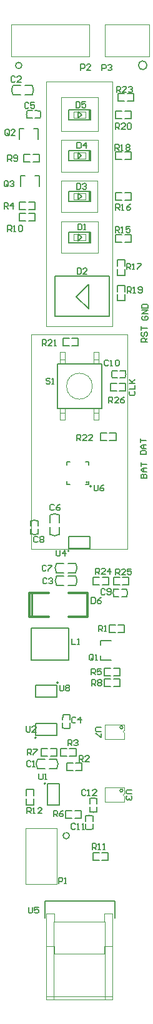
<source format=gto>
%FSLAX25Y25*%
%MOIN*%
G70*
G01*
G75*
%ADD10C,0.05906*%
%ADD11R,0.02362X0.02756*%
%ADD12R,0.02756X0.02362*%
%ADD13R,0.03150X0.03937*%
%ADD14R,0.03937X0.03150*%
%ADD15R,0.02559X0.02165*%
%ADD16R,0.02165X0.02559*%
%ADD17R,0.03543X0.03150*%
%ADD18R,0.03543X0.03150*%
%ADD19R,0.01575X0.03937*%
%ADD20O,0.01181X0.07874*%
%ADD21R,0.01181X0.07874*%
%ADD22R,0.03937X0.01575*%
%ADD23R,0.02362X0.07874*%
%ADD24R,0.01063X0.07874*%
%ADD25R,0.05118X0.05118*%
%ADD26R,0.00787X0.02362*%
%ADD27R,0.00787X0.03150*%
%ADD28R,0.02362X0.00787*%
%ADD29R,0.03150X0.00787*%
%ADD30R,0.05118X0.15748*%
%ADD31R,0.03150X0.03543*%
%ADD32R,0.03150X0.03543*%
%ADD33R,0.06299X0.07480*%
%ADD34R,0.02756X0.13386*%
%ADD35R,0.02756X0.06102*%
%ADD36R,0.07874X0.10000*%
%ADD37R,0.04724X0.03937*%
%ADD38R,0.07480X0.06299*%
%ADD39R,0.13386X0.02756*%
%ADD40C,0.00787*%
%ADD41C,0.02362*%
%ADD42C,0.01000*%
%ADD43C,0.01575*%
%ADD44C,0.01181*%
%ADD45C,0.01969*%
%ADD46C,0.03150*%
%ADD47C,0.00500*%
%ADD48C,0.00591*%
%ADD49C,0.00394*%
%ADD50C,0.00600*%
%ADD51C,0.00197*%
%ADD52C,0.00709*%
%ADD53C,0.01200*%
D40*
X39338Y-291961D02*
G03*
X39338Y-287019I-3706J2471D01*
G01*
X29102D02*
G03*
X29102Y-291961I3706J-2471D01*
G01*
X25679Y-271618D02*
G03*
X30621Y-271618I2471J3706D01*
G01*
Y-261382D02*
G03*
X25679Y-261382I-2471J-3706D01*
G01*
X18972Y-391160D02*
G03*
X18972Y-396101I3706J-2471D01*
G01*
X29208D02*
G03*
X29208Y-391160I-3706J2471D01*
G01*
X30028Y-350461D02*
G03*
X30028Y-350461I-394J0D01*
G01*
X23274Y-403966D02*
G03*
X23274Y-403966I-394J0D01*
G01*
X18240Y-379641D02*
G03*
X18240Y-379641I-394J0D01*
G01*
X47660Y-246061D02*
G03*
X47660Y-246061I-394J0D01*
G01*
X39378Y-298741D02*
G03*
X39378Y-293799I-3706J2471D01*
G01*
X29142D02*
G03*
X29142Y-298741I3706J-2471D01*
G01*
X16128Y-38101D02*
G03*
X16128Y-33159I-3706J2471D01*
G01*
X5892D02*
G03*
X5892Y-38101I3706J-2471D01*
G01*
X35810Y-280430D02*
G03*
X35810Y-280430I-394J0D01*
G01*
X35401Y-287019D02*
X39338D01*
X35401Y-291961D02*
X39338D01*
X29102Y-287019D02*
X33039D01*
X29102Y-291961D02*
X33039D01*
X30621Y-271618D02*
Y-267681D01*
X25679Y-271618D02*
Y-267681D01*
X30621Y-265319D02*
Y-261382D01*
X25679Y-265319D02*
Y-261382D01*
X18972Y-396101D02*
X22909D01*
X18972Y-391160D02*
X22909D01*
X25271Y-396101D02*
X29208D01*
X25271Y-391160D02*
X29208D01*
X17066Y-56150D02*
X19428D01*
X9192D02*
X11554D01*
X19428Y-61819D02*
Y-56150D01*
X9192Y-61780D02*
Y-56150D01*
X17666Y-81250D02*
X20028D01*
X9792D02*
X12154D01*
X20028Y-86919D02*
Y-81250D01*
X9792Y-86880D02*
Y-81250D01*
X45223Y-111147D02*
X47428D01*
X46759Y-116659D02*
X47389D01*
X47428Y-116619D01*
Y-116029D01*
X46759Y-116659D02*
Y-111147D01*
X47428Y-116029D02*
Y-111147D01*
X35774Y-116659D02*
X46759D01*
X35774D02*
Y-111147D01*
X46759D01*
X45223Y-89317D02*
X47428D01*
X46759Y-94829D02*
X47389D01*
X47428Y-94789D01*
Y-94199D01*
X46759Y-94829D02*
Y-89317D01*
X47428Y-94199D02*
Y-89317D01*
X35774Y-94829D02*
X46759D01*
X35774D02*
Y-89317D01*
X46759D01*
X45213Y-67667D02*
X47418D01*
X46749Y-73179D02*
X47379D01*
X47418Y-73139D01*
Y-72549D01*
X46749Y-73179D02*
Y-67667D01*
X47418Y-72549D02*
Y-67667D01*
X35765Y-73179D02*
X46749D01*
X35765D02*
Y-67667D01*
X46749D01*
X45223Y-46077D02*
X47428D01*
X46759Y-51589D02*
X47389D01*
X47428Y-51549D01*
Y-50959D01*
X46759Y-51589D02*
Y-46077D01*
X47428Y-50959D02*
Y-46077D01*
X35774Y-51589D02*
X46759D01*
X35774D02*
Y-46077D01*
X46759D01*
X35441Y-293799D02*
X39378D01*
X35441Y-298741D02*
X39378D01*
X29142Y-293799D02*
X33079D01*
X29142Y-298741D02*
X33079D01*
X52530Y-330440D02*
Y-328078D01*
Y-338314D02*
Y-335952D01*
Y-328078D02*
X58199D01*
X52530Y-338314D02*
X58160D01*
X12191Y-33159D02*
X16128D01*
X12191Y-38101D02*
X16128D01*
X5892Y-33159D02*
X9829D01*
X5892Y-38101D02*
X9829D01*
X29626Y-181004D02*
X53248D01*
X29626Y-204626D02*
Y-181004D01*
Y-204626D02*
X53248D01*
Y-181004D01*
X28374Y-134353D02*
X57374D01*
Y-155790D02*
Y-134353D01*
X28374Y-155790D02*
X57374D01*
X28374D02*
Y-134353D01*
X39693Y-145290D02*
X46228Y-151826D01*
X39693Y-145290D02*
X46339Y-138645D01*
Y-151826D02*
Y-138645D01*
D42*
X16040Y-315259D02*
Y-302661D01*
D47*
X36365Y-367625D02*
G03*
X32466Y-367629I-1945J-4864D01*
G01*
X32436Y-374482D02*
G03*
X36372Y-374557I2063J4907D01*
G01*
X58865Y-184615D02*
G03*
X58868Y-188514I4864J-1945D01*
G01*
X65721Y-188544D02*
G03*
X65796Y-184608I-4907J2063D01*
G01*
X66615Y-304645D02*
G03*
X66612Y-300746I-4864J1945D01*
G01*
X59759Y-300716D02*
G03*
X59684Y-304652I4907J-2063D01*
G01*
X19295Y-264485D02*
G03*
X15396Y-264488I-1945J-4864D01*
G01*
X15366Y-271341D02*
G03*
X19302Y-271416I2063J4907D01*
G01*
X44605Y-428175D02*
G03*
X48504Y-428172I1945J4864D01*
G01*
X48534Y-421319D02*
G03*
X44598Y-421244I-2063J-4907D01*
G01*
X46845Y-418935D02*
G03*
X50744Y-418932I1945J4864D01*
G01*
X50774Y-412079D02*
G03*
X46838Y-412004I-2063J-4907D01*
G01*
X20365Y-50525D02*
G03*
X20362Y-46626I-4864J1945D01*
G01*
X13509Y-46596D02*
G03*
X13434Y-50532I4907J-2063D01*
G01*
X36369Y-370225D02*
Y-367627D01*
X32432Y-370225D02*
X32471Y-367627D01*
X36369Y-374558D02*
Y-371800D01*
X32432Y-374479D02*
Y-371800D01*
X58866Y-184611D02*
X61464D01*
X58866Y-188509D02*
X61464Y-188549D01*
X63039Y-184611D02*
X65798D01*
X63039Y-188549D02*
X65719D01*
X64016Y-304648D02*
X66614D01*
X64016Y-300711D02*
X66614Y-300751D01*
X59682Y-304648D02*
X62441D01*
X59761Y-300711D02*
X62441D01*
X19298Y-267084D02*
Y-264486D01*
X15361Y-267084D02*
X15401Y-264486D01*
X19298Y-271417D02*
Y-268659D01*
X15361Y-271339D02*
Y-268659D01*
X44602Y-428174D02*
Y-425576D01*
X48499Y-428174D02*
X48539Y-425576D01*
X44602Y-424001D02*
Y-421243D01*
X48539Y-424001D02*
Y-421321D01*
X46841Y-418934D02*
Y-416336D01*
X50739Y-418934D02*
X50779Y-416336D01*
X46841Y-414761D02*
Y-412003D01*
X50779Y-414761D02*
Y-412081D01*
X17766Y-50529D02*
X20364D01*
X17766Y-46591D02*
X20364Y-46631D01*
X13432Y-50529D02*
X16191D01*
X13511Y-46591D02*
X16191D01*
D48*
X64520Y-374176D02*
G03*
X64520Y-374176I-781J0D01*
G01*
Y-407716D02*
G03*
X64520Y-407716I-781J0D01*
G01*
X72829Y-22626D02*
G03*
X72820Y-22420I2271J206D01*
G01*
X10572Y-22446D02*
G03*
X10575Y-22549I-1652J-103D01*
G01*
X34300Y-433345D02*
G03*
X34197Y-433342I0J1655D01*
G01*
X62745Y-195349D02*
X66091D01*
Y-191411D01*
X62745D02*
X66091D01*
X57824Y-195349D02*
X61170D01*
X57824D02*
Y-191411D01*
X61170D01*
X59496Y-294492D02*
X62843D01*
X59496Y-298429D02*
Y-294492D01*
Y-298429D02*
X62843D01*
X64417Y-294492D02*
X67764D01*
Y-298429D02*
Y-294492D01*
X64417Y-298429D02*
X67764D01*
X48586Y-294492D02*
X51933D01*
X48586Y-298429D02*
Y-294492D01*
Y-298429D02*
X51933D01*
X53507Y-294492D02*
X56854D01*
Y-298429D02*
Y-294492D01*
X53507Y-298429D02*
X56854D01*
X61996Y-37481D02*
X65343D01*
X61996Y-41418D02*
Y-37481D01*
Y-41418D02*
X65343D01*
X66917Y-37481D02*
X70264D01*
Y-41418D02*
Y-37481D01*
X66917Y-41418D02*
X70264D01*
X52526Y-217711D02*
X55873D01*
X52526Y-221649D02*
Y-217711D01*
Y-221649D02*
X55873D01*
X57447Y-217711D02*
X60794D01*
Y-221649D02*
Y-217711D01*
X57447Y-221649D02*
X60794D01*
X37407Y-171309D02*
X40754D01*
Y-167371D01*
X37407D02*
X40754D01*
X32486Y-171309D02*
X35833D01*
X32486D02*
Y-167371D01*
X35833D01*
X60576Y-46922D02*
X63923D01*
X60576Y-50858D02*
Y-46922D01*
Y-50858D02*
X63923D01*
X65497Y-46922D02*
X68844D01*
Y-50858D02*
Y-46922D01*
X65497Y-50858D02*
X68844D01*
X61581Y-147564D02*
Y-144217D01*
Y-147564D02*
X65518D01*
Y-144217D01*
X61581Y-142643D02*
Y-139296D01*
X65518D01*
Y-142643D02*
Y-139296D01*
X60576Y-68492D02*
X63923D01*
X60576Y-72429D02*
Y-68492D01*
Y-72429D02*
X63923D01*
X65497Y-68492D02*
X68844D01*
Y-72429D02*
Y-68492D01*
X65497Y-72429D02*
X68844D01*
X65518Y-129063D02*
Y-125716D01*
X61581D02*
X65518D01*
X61581Y-129063D02*
Y-125716D01*
X65518Y-133984D02*
Y-130637D01*
X61581Y-133984D02*
X65518D01*
X61581D02*
Y-130637D01*
X60576Y-90101D02*
X63923D01*
X60576Y-94038D02*
Y-90101D01*
Y-94038D02*
X63923D01*
X65497Y-90101D02*
X68844D01*
Y-94038D02*
Y-90101D01*
X65497Y-94038D02*
X68844D01*
X60576Y-112372D02*
X63923D01*
X60576Y-116308D02*
Y-112372D01*
Y-116308D02*
X63923D01*
X65497Y-112372D02*
X68844D01*
Y-116308D02*
Y-112372D01*
X65497Y-116308D02*
X68844D01*
X16869Y-410433D02*
Y-407086D01*
X12932D02*
X16869D01*
X12932Y-410433D02*
Y-407086D01*
X16869Y-415354D02*
Y-412007D01*
X12932Y-415354D02*
X16869D01*
X12932D02*
Y-412007D01*
X54696Y-348387D02*
X58043D01*
X54696Y-352324D02*
Y-348387D01*
Y-352324D02*
X58043D01*
X59617Y-348387D02*
X62964D01*
Y-352324D02*
Y-348387D01*
X59617Y-352324D02*
X62964D01*
X20956Y-385452D02*
X24303D01*
X20956Y-389389D02*
Y-385452D01*
Y-389389D02*
X24303D01*
X25878Y-385452D02*
X29224D01*
Y-389389D02*
Y-385452D01*
X25878Y-389389D02*
X29224D01*
X54606Y-342697D02*
X57953D01*
X54606Y-346634D02*
Y-342697D01*
Y-346634D02*
X57953D01*
X59527Y-342697D02*
X62874D01*
Y-346634D02*
Y-342697D01*
X59527Y-346634D02*
X62874D01*
X31196Y-385462D02*
X34543D01*
X31196Y-389399D02*
Y-385462D01*
Y-389399D02*
X34543D01*
X36118Y-385462D02*
X39464D01*
Y-389399D02*
Y-385462D01*
X36118Y-389399D02*
X39464D01*
X39438Y-397169D02*
X42784D01*
Y-393232D01*
X39438D02*
X42784D01*
X34516Y-397169D02*
X37863D01*
X34516D02*
Y-393232D01*
X37863D01*
X57186Y-319807D02*
X60533D01*
X57186Y-323744D02*
Y-319807D01*
Y-323744D02*
X60533D01*
X62107Y-319807D02*
X65454D01*
Y-323744D02*
Y-319807D01*
X62107Y-323744D02*
X65454D01*
X53437Y-444678D02*
X56784D01*
Y-440741D01*
X53437D02*
X56784D01*
X48516Y-444678D02*
X51863D01*
X48516D02*
Y-440741D01*
X51863D01*
X38977Y-422518D02*
X42324D01*
Y-418581D01*
X38977D02*
X42324D01*
X34056Y-422518D02*
X37403D01*
X34056D02*
Y-418581D01*
X37403D01*
X14319Y-104969D02*
X17666D01*
Y-101031D01*
X14319D02*
X17666D01*
X9398Y-104969D02*
X12745D01*
X9398D02*
Y-101031D01*
X12745D01*
X11546Y-69682D02*
X14893D01*
X11546Y-73619D02*
Y-69682D01*
Y-73619D02*
X14893D01*
X16467Y-69682D02*
X19814D01*
Y-73619D02*
Y-69682D01*
X16467Y-73619D02*
X19814D01*
X14319Y-99019D02*
X17666D01*
Y-95082D01*
X14319D02*
X17666D01*
X9398Y-99019D02*
X12745D01*
X9398D02*
Y-95082D01*
X12745D01*
X22808Y-475395D02*
Y-466537D01*
X60170Y-475356D02*
Y-466537D01*
X22808D02*
X60170D01*
X46400Y-234801D02*
Y-233148D01*
X44746D02*
X46400D01*
X34589Y-234801D02*
Y-233148D01*
X36242D01*
X34589Y-244959D02*
Y-243305D01*
Y-244959D02*
X36242D01*
X44746D02*
X46400D01*
Y-243266D01*
X40775Y-112171D02*
X42467Y-113864D01*
X40775Y-115596D02*
Y-112171D01*
Y-115596D02*
X42467Y-113903D01*
Y-113903D01*
X40775Y-90341D02*
X42467Y-92033D01*
X40775Y-93766D02*
Y-90341D01*
Y-93766D02*
X42467Y-92073D01*
Y-92073D01*
X40764Y-68691D02*
X42457Y-70384D01*
X40764Y-72116D02*
Y-68691D01*
Y-72116D02*
X42457Y-70423D01*
Y-70423D01*
X40775Y-47100D02*
X42467Y-48794D01*
X40775Y-50526D02*
Y-47100D01*
Y-50526D02*
X42467Y-48833D01*
Y-48833D01*
X30826Y-351670D02*
Y-354294D01*
X31351Y-354819D01*
X32401D01*
X32925Y-354294D01*
Y-351670D01*
X33975Y-352195D02*
X34500Y-351670D01*
X35549D01*
X36074Y-352195D01*
Y-352720D01*
X35549Y-353244D01*
X36074Y-353769D01*
Y-354294D01*
X35549Y-354819D01*
X34500D01*
X33975Y-354294D01*
Y-353769D01*
X34500Y-353244D01*
X33975Y-352720D01*
Y-352195D01*
X34500Y-353244D02*
X35549D01*
X53049Y-374200D02*
X50425D01*
X49900Y-374725D01*
Y-375774D01*
X50425Y-376299D01*
X53049D01*
Y-377349D02*
Y-379448D01*
X52524D01*
X50425Y-377349D01*
X49900D01*
X3299Y-86375D02*
Y-84276D01*
X2774Y-83751D01*
X1725D01*
X1200Y-84276D01*
Y-86375D01*
X1725Y-86900D01*
X2774D01*
X2249Y-85851D02*
X3299Y-86900D01*
X2774D02*
X3299Y-86375D01*
X4349Y-84276D02*
X4873Y-83751D01*
X5923D01*
X6448Y-84276D01*
Y-84801D01*
X5923Y-85326D01*
X5398D01*
X5923D01*
X6448Y-85851D01*
Y-86375D01*
X5923Y-86900D01*
X4873D01*
X4349Y-86375D01*
X3799Y-59075D02*
Y-56976D01*
X3274Y-56451D01*
X2225D01*
X1700Y-56976D01*
Y-59075D01*
X2225Y-59600D01*
X3274D01*
X2750Y-58551D02*
X3799Y-59600D01*
X3274D02*
X3799Y-59075D01*
X6948Y-59600D02*
X4849D01*
X6948Y-57501D01*
Y-56976D01*
X6423Y-56451D01*
X5373D01*
X4849Y-56976D01*
X47743Y-305161D02*
Y-308310D01*
X49317D01*
X49842Y-307785D01*
Y-305686D01*
X49317Y-305161D01*
X47743D01*
X52990D02*
X51941Y-305686D01*
X50891Y-306735D01*
Y-307785D01*
X51416Y-308310D01*
X52465D01*
X52990Y-307785D01*
Y-307260D01*
X52465Y-306735D01*
X50891D01*
X44699Y-407676D02*
X44174Y-407151D01*
X43125D01*
X42600Y-407676D01*
Y-409775D01*
X43125Y-410300D01*
X44174D01*
X44699Y-409775D01*
X45749Y-410300D02*
X46798D01*
X46273D01*
Y-407151D01*
X45749Y-407676D01*
X50472Y-410300D02*
X48372D01*
X50472Y-408201D01*
Y-407676D01*
X49947Y-407151D01*
X48897D01*
X48372Y-407676D01*
X39199Y-425776D02*
X38674Y-425251D01*
X37625D01*
X37100Y-425776D01*
Y-427875D01*
X37625Y-428400D01*
X38674D01*
X39199Y-427875D01*
X40249Y-428400D02*
X41298D01*
X40773D01*
Y-425251D01*
X40249Y-425776D01*
X42872Y-428400D02*
X43922D01*
X43397D01*
Y-425251D01*
X42872Y-425776D01*
X13600Y-388800D02*
Y-385651D01*
X15174D01*
X15699Y-386176D01*
Y-387226D01*
X15174Y-387751D01*
X13600D01*
X14649D02*
X15699Y-388800D01*
X16749Y-385651D02*
X18848D01*
Y-386176D01*
X16749Y-388275D01*
Y-388800D01*
X39500Y-41851D02*
Y-45000D01*
X41074D01*
X41599Y-44475D01*
Y-42376D01*
X41074Y-41851D01*
X39500D01*
X44748D02*
X42649D01*
Y-43426D01*
X43698Y-42901D01*
X44223D01*
X44748Y-43426D01*
Y-44475D01*
X44223Y-45000D01*
X43173D01*
X42649Y-44475D01*
X40100Y-63351D02*
Y-66500D01*
X41674D01*
X42199Y-65975D01*
Y-63876D01*
X41674Y-63351D01*
X40100D01*
X44823Y-66500D02*
Y-63351D01*
X43249Y-64926D01*
X45348D01*
X39800Y-85251D02*
Y-88400D01*
X41374D01*
X41899Y-87875D01*
Y-85776D01*
X41374Y-85251D01*
X39800D01*
X42949Y-85776D02*
X43473Y-85251D01*
X44523D01*
X45048Y-85776D01*
Y-86301D01*
X44523Y-86826D01*
X43998D01*
X44523D01*
X45048Y-87350D01*
Y-87875D01*
X44523Y-88400D01*
X43473D01*
X42949Y-87875D01*
X40500Y-106651D02*
Y-109800D01*
X42074D01*
X42599Y-109275D01*
Y-107176D01*
X42074Y-106651D01*
X40500D01*
X43649Y-109800D02*
X44698D01*
X44173D01*
Y-106651D01*
X43649Y-107176D01*
X15399Y-392376D02*
X14874Y-391851D01*
X13825D01*
X13300Y-392376D01*
Y-394475D01*
X13825Y-395000D01*
X14874D01*
X15399Y-394475D01*
X16449Y-395000D02*
X17498D01*
X16973D01*
Y-391851D01*
X16449Y-392376D01*
X6999Y-28776D02*
X6474Y-28251D01*
X5425D01*
X4900Y-28776D01*
Y-30875D01*
X5425Y-31400D01*
X6474D01*
X6999Y-30875D01*
X10148Y-31400D02*
X8049D01*
X10148Y-29301D01*
Y-28776D01*
X9623Y-28251D01*
X8573D01*
X8049Y-28776D01*
X23899Y-295276D02*
X23374Y-294751D01*
X22325D01*
X21800Y-295276D01*
Y-297375D01*
X22325Y-297900D01*
X23374D01*
X23899Y-297375D01*
X24949Y-295276D02*
X25473Y-294751D01*
X26523D01*
X27048Y-295276D01*
Y-295801D01*
X26523Y-296326D01*
X25998D01*
X26523D01*
X27048Y-296850D01*
Y-297375D01*
X26523Y-297900D01*
X25473D01*
X24949Y-297375D01*
X39399Y-369176D02*
X38874Y-368651D01*
X37825D01*
X37300Y-369176D01*
Y-371275D01*
X37825Y-371800D01*
X38874D01*
X39399Y-371275D01*
X42023Y-371800D02*
Y-368651D01*
X40449Y-370226D01*
X42548D01*
X14299Y-42776D02*
X13774Y-42251D01*
X12725D01*
X12200Y-42776D01*
Y-44875D01*
X12725Y-45400D01*
X13774D01*
X14299Y-44875D01*
X17448Y-42251D02*
X15349D01*
Y-43826D01*
X16398Y-43301D01*
X16923D01*
X17448Y-43826D01*
Y-44875D01*
X16923Y-45400D01*
X15873D01*
X15349Y-44875D01*
X27887Y-256234D02*
X27362Y-255710D01*
X26312D01*
X25787Y-256234D01*
Y-258333D01*
X26312Y-258858D01*
X27362D01*
X27887Y-258333D01*
X31035Y-255710D02*
X29985Y-256234D01*
X28936Y-257284D01*
Y-258333D01*
X29461Y-258858D01*
X30510D01*
X31035Y-258333D01*
Y-257809D01*
X30510Y-257284D01*
X28936D01*
X23599Y-288476D02*
X23074Y-287951D01*
X22025D01*
X21500Y-288476D01*
Y-290575D01*
X22025Y-291100D01*
X23074D01*
X23599Y-290575D01*
X24649Y-287951D02*
X26748D01*
Y-288476D01*
X24649Y-290575D01*
Y-291100D01*
X19186Y-273242D02*
X18661Y-272717D01*
X17611D01*
X17087Y-273242D01*
Y-275341D01*
X17611Y-275866D01*
X18661D01*
X19186Y-275341D01*
X20235Y-273242D02*
X20760Y-272717D01*
X21810D01*
X22334Y-273242D01*
Y-273767D01*
X21810Y-274292D01*
X22334Y-274817D01*
Y-275341D01*
X21810Y-275866D01*
X20760D01*
X20235Y-275341D01*
Y-274817D01*
X20760Y-274292D01*
X20235Y-273767D01*
Y-273242D01*
X20760Y-274292D02*
X21810D01*
X54999Y-300976D02*
X54474Y-300451D01*
X53425D01*
X52900Y-300976D01*
Y-303075D01*
X53425Y-303600D01*
X54474D01*
X54999Y-303075D01*
X56049D02*
X56573Y-303600D01*
X57623D01*
X58148Y-303075D01*
Y-300976D01*
X57623Y-300451D01*
X56573D01*
X56049Y-300976D01*
Y-301501D01*
X56573Y-302026D01*
X58148D01*
X56799Y-179476D02*
X56274Y-178951D01*
X55225D01*
X54700Y-179476D01*
Y-181575D01*
X55225Y-182100D01*
X56274D01*
X56799Y-181575D01*
X57849Y-182100D02*
X58898D01*
X58373D01*
Y-178951D01*
X57849Y-179476D01*
X60472D02*
X60997Y-178951D01*
X62047D01*
X62572Y-179476D01*
Y-181575D01*
X62047Y-182100D01*
X60997D01*
X60472Y-181575D01*
Y-179476D01*
X40200Y-130251D02*
Y-133400D01*
X41774D01*
X42299Y-132875D01*
Y-130776D01*
X41774Y-130251D01*
X40200D01*
X45448Y-133400D02*
X43349D01*
X45448Y-131301D01*
Y-130776D01*
X44923Y-130251D01*
X43873D01*
X43349Y-130776D01*
X37248Y-327011D02*
Y-330159D01*
X39347D01*
X40396D02*
X41446D01*
X40921D01*
Y-327011D01*
X40396Y-327536D01*
X30250Y-457084D02*
Y-453935D01*
X31824D01*
X32349Y-454460D01*
Y-455509D01*
X31824Y-456034D01*
X30250D01*
X33399Y-457084D02*
X34448D01*
X33924D01*
Y-453935D01*
X33399Y-454460D01*
X42100Y-25000D02*
Y-21851D01*
X43674D01*
X44199Y-22376D01*
Y-23426D01*
X43674Y-23950D01*
X42100D01*
X47348Y-25000D02*
X45249D01*
X47348Y-22901D01*
Y-22376D01*
X46823Y-21851D01*
X45773D01*
X45249Y-22376D01*
X53400Y-25200D02*
Y-22051D01*
X54974D01*
X55499Y-22576D01*
Y-23626D01*
X54974Y-24150D01*
X53400D01*
X56549Y-22576D02*
X57073Y-22051D01*
X58123D01*
X58648Y-22576D01*
Y-23101D01*
X58123Y-23626D01*
X57598D01*
X58123D01*
X58648Y-24150D01*
Y-24675D01*
X58123Y-25200D01*
X57073D01*
X56549Y-24675D01*
X48753Y-337979D02*
Y-335880D01*
X48228Y-335355D01*
X47178D01*
X46654Y-335880D01*
Y-337979D01*
X47178Y-338504D01*
X48228D01*
X47703Y-337454D02*
X48753Y-338504D01*
X48228D02*
X48753Y-337979D01*
X49802Y-338504D02*
X50852D01*
X50327D01*
Y-335355D01*
X49802Y-335880D01*
X51500Y-323200D02*
Y-320051D01*
X53074D01*
X53599Y-320576D01*
Y-321626D01*
X53074Y-322150D01*
X51500D01*
X52549D02*
X53599Y-323200D01*
X54649D02*
X55698D01*
X55173D01*
Y-320051D01*
X54649Y-320576D01*
X41299Y-392284D02*
Y-389135D01*
X42873D01*
X43398Y-389660D01*
Y-390709D01*
X42873Y-391234D01*
X41299D01*
X42349D02*
X43398Y-392284D01*
X46547D02*
X44448D01*
X46547Y-390184D01*
Y-389660D01*
X46022Y-389135D01*
X44973D01*
X44448Y-389660D01*
X35236Y-383913D02*
Y-380765D01*
X36810D01*
X37335Y-381289D01*
Y-382339D01*
X36810Y-382864D01*
X35236D01*
X36285D02*
X37335Y-383913D01*
X38384Y-381289D02*
X38909Y-380765D01*
X39959D01*
X40483Y-381289D01*
Y-381814D01*
X39959Y-382339D01*
X39434D01*
X39959D01*
X40483Y-382864D01*
Y-383388D01*
X39959Y-383913D01*
X38909D01*
X38384Y-383388D01*
X1200Y-98600D02*
Y-95451D01*
X2774D01*
X3299Y-95976D01*
Y-97026D01*
X2774Y-97550D01*
X1200D01*
X2249D02*
X3299Y-98600D01*
X5923D02*
Y-95451D01*
X4349Y-97026D01*
X6448D01*
X47700Y-346200D02*
Y-343051D01*
X49274D01*
X49799Y-343576D01*
Y-344626D01*
X49274Y-345150D01*
X47700D01*
X48750D02*
X49799Y-346200D01*
X52948Y-343051D02*
X50849D01*
Y-344626D01*
X51898Y-344101D01*
X52423D01*
X52948Y-344626D01*
Y-345675D01*
X52423Y-346200D01*
X51373D01*
X50849Y-345675D01*
X27480Y-421500D02*
Y-418351D01*
X29055D01*
X29579Y-418876D01*
Y-419926D01*
X29055Y-420450D01*
X27480D01*
X28530D02*
X29579Y-421500D01*
X32728Y-418351D02*
X31678Y-418876D01*
X30629Y-419926D01*
Y-420975D01*
X31154Y-421500D01*
X32203D01*
X32728Y-420975D01*
Y-420450D01*
X32203Y-419926D01*
X30629D01*
X47900Y-352000D02*
Y-348851D01*
X49474D01*
X49999Y-349376D01*
Y-350426D01*
X49474Y-350951D01*
X47900D01*
X48950D02*
X49999Y-352000D01*
X51049Y-349376D02*
X51573Y-348851D01*
X52623D01*
X53148Y-349376D01*
Y-349901D01*
X52623Y-350426D01*
X53148Y-350951D01*
Y-351475D01*
X52623Y-352000D01*
X51573D01*
X51049Y-351475D01*
Y-350951D01*
X51573Y-350426D01*
X51049Y-349901D01*
Y-349376D01*
X51573Y-350426D02*
X52623D01*
X3110Y-73400D02*
Y-70251D01*
X4685D01*
X5209Y-70776D01*
Y-71826D01*
X4685Y-72351D01*
X3110D01*
X4160D02*
X5209Y-73400D01*
X6259Y-72875D02*
X6784Y-73400D01*
X7833D01*
X8358Y-72875D01*
Y-70776D01*
X7833Y-70251D01*
X6784D01*
X6259Y-70776D01*
Y-71301D01*
X6784Y-71826D01*
X8358D01*
X3110Y-110700D02*
Y-107551D01*
X4685D01*
X5209Y-108076D01*
Y-109126D01*
X4685Y-109651D01*
X3110D01*
X4160D02*
X5209Y-110700D01*
X6259D02*
X7308D01*
X6784D01*
Y-107551D01*
X6259Y-108076D01*
X8883D02*
X9407Y-107551D01*
X10457D01*
X10982Y-108076D01*
Y-110175D01*
X10457Y-110700D01*
X9407D01*
X8883Y-110175D01*
Y-108076D01*
X48300Y-439000D02*
Y-435851D01*
X49874D01*
X50399Y-436376D01*
Y-437426D01*
X49874Y-437951D01*
X48300D01*
X49349D02*
X50399Y-439000D01*
X51449D02*
X52498D01*
X51973D01*
Y-435851D01*
X51449Y-436376D01*
X54072Y-439000D02*
X55122D01*
X54597D01*
Y-435851D01*
X54072Y-436376D01*
X13400Y-419900D02*
Y-416751D01*
X14974D01*
X15499Y-417276D01*
Y-418326D01*
X14974Y-418851D01*
X13400D01*
X14449D02*
X15499Y-419900D01*
X16549D02*
X17598D01*
X17073D01*
Y-416751D01*
X16549Y-417276D01*
X21271Y-419900D02*
X19172D01*
X21271Y-417801D01*
Y-417276D01*
X20747Y-416751D01*
X19697D01*
X19172Y-417276D01*
X60500Y-111300D02*
Y-108151D01*
X62074D01*
X62599Y-108676D01*
Y-109726D01*
X62074Y-110250D01*
X60500D01*
X61550D02*
X62599Y-111300D01*
X63649D02*
X64698D01*
X64173D01*
Y-108151D01*
X63649Y-108676D01*
X68371Y-108151D02*
X66272D01*
Y-109726D01*
X67322Y-109201D01*
X67847D01*
X68371Y-109726D01*
Y-110775D01*
X67847Y-111300D01*
X66797D01*
X66272Y-110775D01*
X60700Y-99300D02*
Y-96151D01*
X62274D01*
X62799Y-96676D01*
Y-97726D01*
X62274Y-98251D01*
X60700D01*
X61750D02*
X62799Y-99300D01*
X63849D02*
X64898D01*
X64373D01*
Y-96151D01*
X63849Y-96676D01*
X68572Y-96151D02*
X67522Y-96676D01*
X66472Y-97726D01*
Y-98775D01*
X66997Y-99300D01*
X68047D01*
X68572Y-98775D01*
Y-98251D01*
X68047Y-97726D01*
X66472D01*
X66496Y-130905D02*
Y-127757D01*
X68070D01*
X68595Y-128282D01*
Y-129331D01*
X68070Y-129856D01*
X66496D01*
X67546D02*
X68595Y-130905D01*
X69645D02*
X70694D01*
X70169D01*
Y-127757D01*
X69645Y-128282D01*
X72268Y-127757D02*
X74367D01*
Y-128282D01*
X72268Y-130381D01*
Y-130905D01*
X60400Y-67600D02*
Y-64451D01*
X61974D01*
X62499Y-64976D01*
Y-66026D01*
X61974Y-66550D01*
X60400D01*
X61449D02*
X62499Y-67600D01*
X63549D02*
X64598D01*
X64073D01*
Y-64451D01*
X63549Y-64976D01*
X66172D02*
X66697Y-64451D01*
X67747D01*
X68271Y-64976D01*
Y-65501D01*
X67747Y-66026D01*
X68271Y-66550D01*
Y-67075D01*
X67747Y-67600D01*
X66697D01*
X66172Y-67075D01*
Y-66550D01*
X66697Y-66026D01*
X66172Y-65501D01*
Y-64976D01*
X66697Y-66026D02*
X67747D01*
X66969Y-143347D02*
Y-140198D01*
X68543D01*
X69068Y-140723D01*
Y-141772D01*
X68543Y-142297D01*
X66969D01*
X68018D02*
X69068Y-143347D01*
X70117D02*
X71167D01*
X70642D01*
Y-140198D01*
X70117Y-140723D01*
X72741Y-142822D02*
X73266Y-143347D01*
X74315D01*
X74840Y-142822D01*
Y-140723D01*
X74315Y-140198D01*
X73266D01*
X72741Y-140723D01*
Y-141247D01*
X73266Y-141772D01*
X74840D01*
X60600Y-56400D02*
Y-53251D01*
X62174D01*
X62699Y-53776D01*
Y-54826D01*
X62174Y-55351D01*
X60600D01*
X61650D02*
X62699Y-56400D01*
X65848D02*
X63749D01*
X65848Y-54301D01*
Y-53776D01*
X65323Y-53251D01*
X64273D01*
X63749Y-53776D01*
X66897D02*
X67422Y-53251D01*
X68471D01*
X68996Y-53776D01*
Y-55875D01*
X68471Y-56400D01*
X67422D01*
X66897Y-55875D01*
Y-53776D01*
X21500Y-171400D02*
Y-168251D01*
X23074D01*
X23599Y-168776D01*
Y-169826D01*
X23074Y-170351D01*
X21500D01*
X22549D02*
X23599Y-171400D01*
X26748D02*
X24649D01*
X26748Y-169301D01*
Y-168776D01*
X26223Y-168251D01*
X25173D01*
X24649Y-168776D01*
X27797Y-171400D02*
X28847D01*
X28322D01*
Y-168251D01*
X27797Y-168776D01*
X39955Y-221782D02*
Y-218633D01*
X41529D01*
X42054Y-219158D01*
Y-220208D01*
X41529Y-220732D01*
X39955D01*
X41005D02*
X42054Y-221782D01*
X45203D02*
X43104D01*
X45203Y-219683D01*
Y-219158D01*
X44678Y-218633D01*
X43628D01*
X43104Y-219158D01*
X48351Y-221782D02*
X46252D01*
X48351Y-219683D01*
Y-219158D01*
X47827Y-218633D01*
X46777D01*
X46252Y-219158D01*
X61200Y-36800D02*
Y-33651D01*
X62774D01*
X63299Y-34176D01*
Y-35226D01*
X62774Y-35750D01*
X61200D01*
X62249D02*
X63299Y-36800D01*
X66448D02*
X64349D01*
X66448Y-34701D01*
Y-34176D01*
X65923Y-33651D01*
X64873D01*
X64349Y-34176D01*
X67497D02*
X68022Y-33651D01*
X69072D01*
X69596Y-34176D01*
Y-34701D01*
X69072Y-35226D01*
X68547D01*
X69072D01*
X69596Y-35750D01*
Y-36275D01*
X69072Y-36800D01*
X68022D01*
X67497Y-36275D01*
X49915Y-292861D02*
Y-289713D01*
X51489D01*
X52014Y-290238D01*
Y-291287D01*
X51489Y-291812D01*
X49915D01*
X50964D02*
X52014Y-292861D01*
X55162D02*
X53063D01*
X55162Y-290762D01*
Y-290238D01*
X54638Y-289713D01*
X53588D01*
X53063Y-290238D01*
X57786Y-292861D02*
Y-289713D01*
X56212Y-291287D01*
X58311D01*
X60710Y-293107D02*
Y-289959D01*
X62284D01*
X62809Y-290483D01*
Y-291533D01*
X62284Y-292058D01*
X60710D01*
X61760D02*
X62809Y-293107D01*
X65958D02*
X63859D01*
X65958Y-291008D01*
Y-290483D01*
X65433Y-289959D01*
X64384D01*
X63859Y-290483D01*
X69107Y-289959D02*
X67007D01*
Y-291533D01*
X68057Y-291008D01*
X68582D01*
X69107Y-291533D01*
Y-292582D01*
X68582Y-293107D01*
X67532D01*
X67007Y-292582D01*
X57000Y-201811D02*
Y-198662D01*
X58574D01*
X59099Y-199187D01*
Y-200237D01*
X58574Y-200762D01*
X57000D01*
X58049D02*
X59099Y-201811D01*
X62248D02*
X60149D01*
X62248Y-199712D01*
Y-199187D01*
X61723Y-198662D01*
X60673D01*
X60149Y-199187D01*
X65396Y-198662D02*
X64347Y-199187D01*
X63297Y-200237D01*
Y-201286D01*
X63822Y-201811D01*
X64872D01*
X65396Y-201286D01*
Y-200762D01*
X64872Y-200237D01*
X63297D01*
X25682Y-189148D02*
X25157Y-188623D01*
X24107D01*
X23583Y-189148D01*
Y-189673D01*
X24107Y-190197D01*
X25157D01*
X25682Y-190722D01*
Y-191247D01*
X25157Y-191772D01*
X24107D01*
X23583Y-191247D01*
X26731Y-191772D02*
X27781D01*
X27256D01*
Y-188623D01*
X26731Y-189148D01*
X19742Y-398712D02*
Y-401336D01*
X20267Y-401861D01*
X21317D01*
X21841Y-401336D01*
Y-398712D01*
X22891Y-401861D02*
X23940D01*
X23416D01*
Y-398712D01*
X22891Y-399237D01*
X12952Y-373520D02*
Y-376144D01*
X13477Y-376669D01*
X14527D01*
X15051Y-376144D01*
Y-373520D01*
X18200Y-376669D02*
X16101D01*
X18200Y-374570D01*
Y-374045D01*
X17675Y-373520D01*
X16626D01*
X16101Y-374045D01*
X69449Y-407400D02*
X66825D01*
X66300Y-407925D01*
Y-408974D01*
X66825Y-409499D01*
X69449D01*
X68924Y-410549D02*
X69449Y-411073D01*
Y-412123D01*
X68924Y-412648D01*
X68399D01*
X67874Y-412123D01*
Y-411598D01*
Y-412123D01*
X67349Y-412648D01*
X66825D01*
X66300Y-412123D01*
Y-411073D01*
X66825Y-410549D01*
X29000Y-280051D02*
Y-282675D01*
X29525Y-283200D01*
X30574D01*
X31099Y-282675D01*
Y-280051D01*
X33723Y-283200D02*
Y-280051D01*
X32149Y-281626D01*
X34248D01*
X14215Y-469757D02*
Y-472380D01*
X14740Y-472905D01*
X15789D01*
X16314Y-472380D01*
Y-469757D01*
X19463D02*
X17364D01*
Y-471331D01*
X18413Y-470806D01*
X18938D01*
X19463Y-471331D01*
Y-472380D01*
X18938Y-472905D01*
X17888D01*
X17364Y-472380D01*
X49173Y-245355D02*
Y-247979D01*
X49698Y-248504D01*
X50748D01*
X51272Y-247979D01*
Y-245355D01*
X54421D02*
X53371Y-245880D01*
X52322Y-246930D01*
Y-247979D01*
X52847Y-248504D01*
X53896D01*
X54421Y-247979D01*
Y-247454D01*
X53896Y-246930D01*
X52322D01*
X75276Y-155601D02*
X74751Y-156126D01*
Y-157175D01*
X75276Y-157700D01*
X77375D01*
X77900Y-157175D01*
Y-156126D01*
X77375Y-155601D01*
X76326D01*
Y-156650D01*
X77900Y-154551D02*
X74751D01*
X77900Y-152452D01*
X74751D01*
Y-151403D02*
X77900D01*
Y-149829D01*
X77375Y-149304D01*
X75276D01*
X74751Y-149829D01*
Y-151403D01*
X77600Y-169500D02*
X74451D01*
Y-167926D01*
X74976Y-167401D01*
X76026D01*
X76551Y-167926D01*
Y-169500D01*
Y-168450D02*
X77600Y-167401D01*
X74976Y-164252D02*
X74451Y-164777D01*
Y-165827D01*
X74976Y-166351D01*
X75501D01*
X76026Y-165827D01*
Y-164777D01*
X76551Y-164252D01*
X77075D01*
X77600Y-164777D01*
Y-165827D01*
X77075Y-166351D01*
X74451Y-163203D02*
Y-161104D01*
Y-162153D01*
X77600D01*
X68376Y-195601D02*
X67851Y-196126D01*
Y-197175D01*
X68376Y-197700D01*
X70475D01*
X71000Y-197175D01*
Y-196126D01*
X70475Y-195601D01*
X67851Y-194551D02*
X71000D01*
Y-192452D01*
X67851Y-191403D02*
X71000D01*
X69950D01*
X67851Y-189304D01*
X69426Y-190878D01*
X71000Y-189304D01*
X74151Y-241700D02*
X77300D01*
Y-240126D01*
X76775Y-239601D01*
X76250D01*
X75726Y-240126D01*
Y-241700D01*
Y-240126D01*
X75201Y-239601D01*
X74676D01*
X74151Y-240126D01*
Y-241700D01*
X77300Y-238551D02*
X75201D01*
X74151Y-237502D01*
X75201Y-236452D01*
X77300D01*
X75726D01*
Y-238551D01*
X74151Y-235403D02*
Y-233304D01*
Y-234353D01*
X77300D01*
X73951Y-229200D02*
X77100D01*
Y-227626D01*
X76575Y-227101D01*
X74476D01*
X73951Y-227626D01*
Y-229200D01*
X77100Y-226051D02*
X75001D01*
X73951Y-225002D01*
X75001Y-223952D01*
X77100D01*
X75526D01*
Y-226051D01*
X73951Y-222903D02*
Y-220804D01*
Y-221853D01*
X77100D01*
D49*
X65218Y-375847D02*
G03*
X65218Y-377127I0J-640D01*
G01*
Y-409387D02*
G03*
X65218Y-410667I0J-640D01*
G01*
X54982Y-372688D02*
X65218D01*
X54982Y-380286D02*
Y-372688D01*
Y-380286D02*
X65218D01*
Y-377127D01*
Y-375847D02*
Y-372688D01*
X54982Y-406227D02*
X65218D01*
X54982Y-413826D02*
Y-406227D01*
Y-413826D02*
X65218D01*
Y-410667D01*
Y-409387D02*
Y-406227D01*
X54878Y-720D02*
X78500D01*
X54878Y-17720D02*
Y-791D01*
Y-17720D02*
X78500D01*
Y-791D01*
X5120Y-720D02*
X46459D01*
Y-17649D02*
Y-720D01*
X5120Y-17649D02*
X46459D01*
X5120D02*
Y-720D01*
X23622Y-161024D02*
Y-31102D01*
X59055D01*
Y-161024D02*
Y-31102D01*
X23622Y-161024D02*
X59055D01*
X31496Y-57284D02*
Y-39567D01*
X51181D01*
Y-57284D02*
Y-39567D01*
X31496Y-57284D02*
X51181D01*
X31496Y-78937D02*
Y-62008D01*
X51181D01*
X31496Y-78937D02*
X51181D01*
Y-62008D01*
X31496Y-100591D02*
Y-83661D01*
X51024D01*
X31496Y-100591D02*
X51063D01*
X51024Y-100551D02*
X51063Y-100591D01*
Y-83701D01*
X31496Y-122244D02*
Y-105315D01*
X51181D01*
X31496Y-122244D02*
X51181D01*
Y-105315D01*
X15748Y-279528D02*
Y-165354D01*
X66929D01*
Y-279528D02*
Y-165354D01*
X15748Y-279528D02*
X66929D01*
X12471Y-457390D02*
Y-427890D01*
Y-457390D02*
X29400D01*
Y-427890D01*
X12471D02*
X29400D01*
D50*
X45770Y-243935D02*
G03*
X45770Y-243935I-394J0D01*
G01*
D51*
X48228Y-192913D02*
G03*
X48228Y-192913I-6890J0D01*
G01*
X38189Y-47244D02*
X44488D01*
Y-50394D02*
Y-47244D01*
X38189Y-50394D02*
X44488D01*
X38189D02*
Y-47244D01*
Y-68898D02*
X44488D01*
Y-72047D02*
Y-68898D01*
X38189Y-72047D02*
X44488D01*
X38189D02*
Y-68898D01*
Y-90551D02*
X44488D01*
X38189Y-93701D02*
X44488D01*
Y-90551D01*
X38189Y-93701D02*
Y-90551D01*
Y-112205D02*
X44488D01*
Y-115354D02*
Y-112205D01*
X38189Y-115354D02*
X44488D01*
X38189D02*
Y-112205D01*
X53248Y-204823D02*
Y-181004D01*
X29429Y-204823D02*
Y-181004D01*
Y-204823D02*
X53248D01*
X29429Y-181004D02*
X53248D01*
X30906Y-210925D02*
Y-204823D01*
X33661Y-210925D02*
Y-204823D01*
X30906Y-206988D02*
X33661D01*
X30906Y-210925D02*
X33661D01*
X49016D02*
Y-204823D01*
X51772Y-210925D02*
Y-204823D01*
X49016Y-206988D02*
X51772D01*
X49016Y-210925D02*
X51772D01*
X30906Y-181004D02*
Y-174902D01*
X33661Y-181004D02*
Y-174902D01*
X30906D02*
X33661D01*
X30906Y-178839D02*
X33661D01*
X49016Y-181004D02*
Y-174902D01*
X51772Y-181004D02*
Y-174902D01*
X49016D02*
X51772D01*
X49016Y-178839D02*
X51772D01*
X23740Y-518701D02*
Y-473229D01*
X23741D02*
X27953D01*
Y-477362D02*
Y-473229D01*
X27677Y-477362D02*
X55000D01*
X54724D02*
Y-473229D01*
X58936D01*
X58937Y-518701D02*
Y-473229D01*
X27677Y-518701D02*
Y-477362D01*
X55000Y-518701D02*
Y-477362D01*
X27677Y-494567D02*
X55000D01*
X23741Y-490433D02*
X27953D01*
Y-494567D02*
Y-490433D01*
X54724Y-494567D02*
Y-490433D01*
X58936D01*
X23740Y-517244D02*
X58937D01*
X23740Y-518701D02*
X58937D01*
D52*
X29449Y-358110D02*
Y-351811D01*
X18032D02*
X29449D01*
X18032Y-358110D02*
X29449D01*
X18032D02*
Y-351811D01*
X24230Y-404151D02*
X30530D01*
X24230Y-415569D02*
Y-404151D01*
X30530Y-415569D02*
Y-404151D01*
X24230Y-415569D02*
X30530D01*
X18032Y-378290D02*
Y-371991D01*
Y-378290D02*
X29449D01*
X18032Y-371991D02*
X29449D01*
Y-378290D02*
Y-371991D01*
X15467Y-338473D02*
X35656D01*
X15467D02*
Y-321473D01*
X35656Y-338473D02*
Y-321473D01*
X15467D02*
X35656D01*
X47019Y-279080D02*
Y-272780D01*
X35601D02*
X47019D01*
X35601Y-279080D02*
X47019D01*
X35601D02*
Y-272780D01*
D53*
X35540Y-302661D02*
X45540D01*
X35540Y-315259D02*
X45540D01*
X14540Y-302661D02*
X25048D01*
X14540Y-315259D02*
X25048D01*
X45540D02*
Y-302661D01*
X14540Y-315259D02*
Y-302661D01*
M02*

</source>
